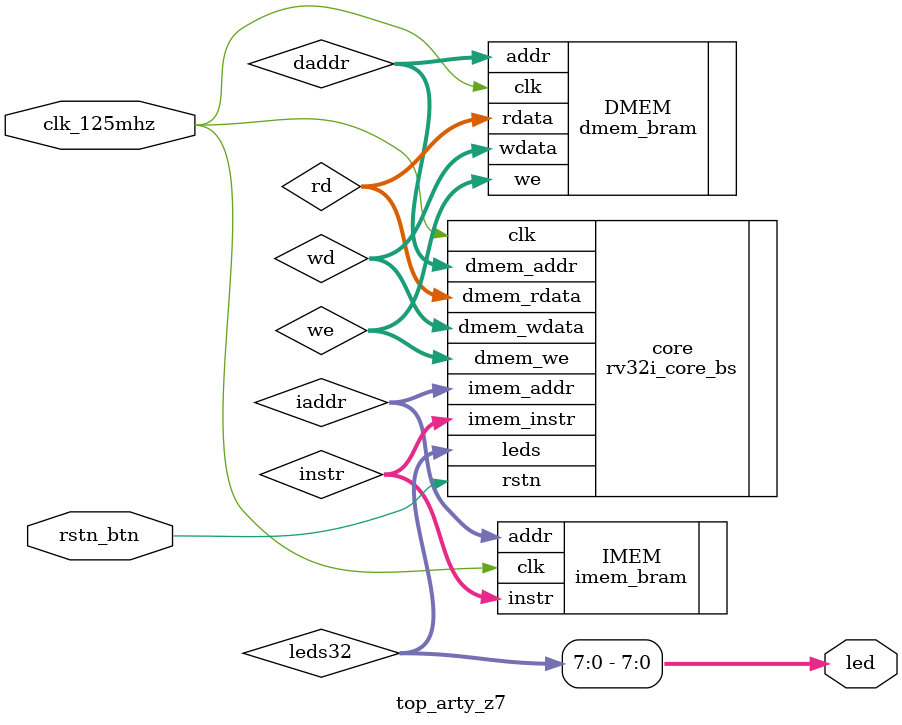
<source format=v>
module top_arty_z7(
  input  wire clk_125mhz,
  input  wire rstn_btn,
  output wire [7:0] led
);
  wire [31:0] iaddr,instr,daddr,wd,rd,leds32;
  wire [3:0] we;

  rv32i_core_bs core(
    .clk(clk_125mhz), .rstn(rstn_btn),
    .imem_addr(iaddr), .imem_instr(instr),
    .dmem_addr(daddr), .dmem_wdata(wd), .dmem_we(we),
    .dmem_rdata(rd), .leds(leds32)
  );

  imem_bram IMEM(.clk(clk_125mhz),.addr(iaddr),.instr(instr));
  dmem_bram DMEM(.clk(clk_125mhz),.addr(daddr),.wdata(wd),.we(we),.rdata(rd));

  assign led = leds32[7:0];
endmodule

</source>
